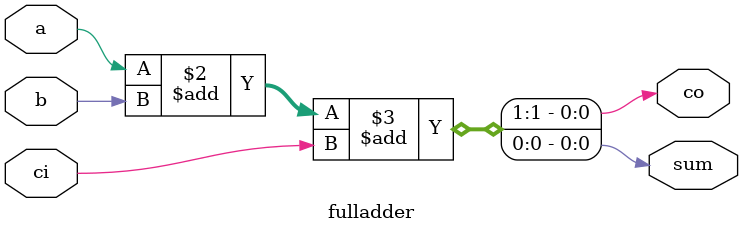
<source format=v>
module fulladder( sum, co, a, b, ci);

  input   a, b, ci;
  output  sum, co;

  reg co, sum;

  always @(a or b or ci) begin
    {co, sum} = a + b + ci;
  end

endmodule

</source>
